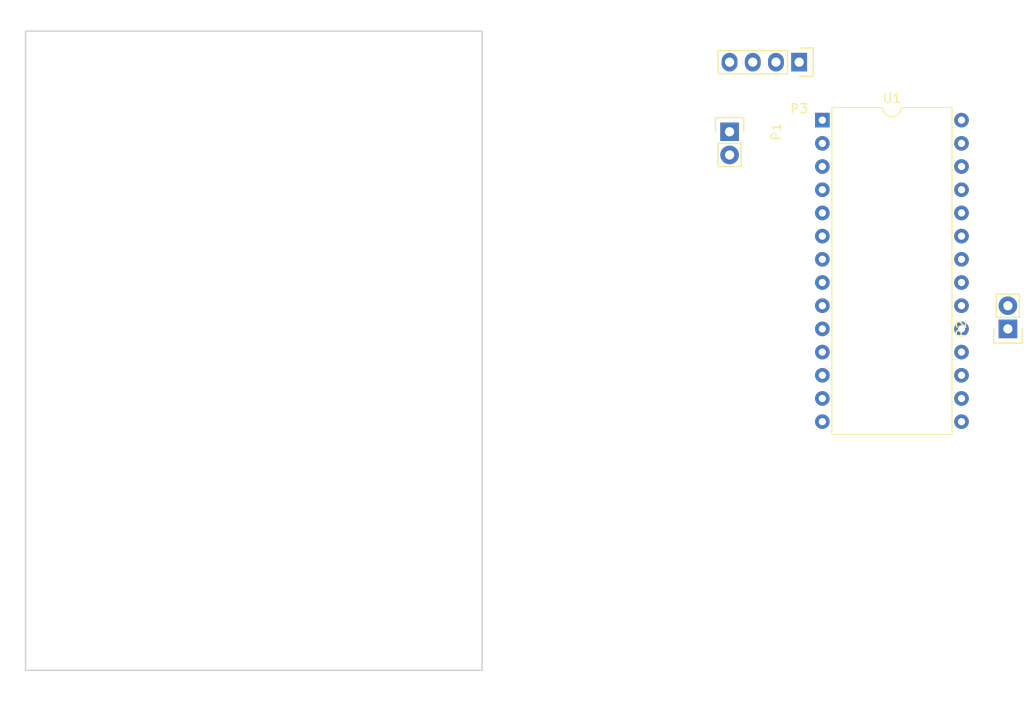
<source format=kicad_pcb>
(kicad_pcb (version 4) (host pcbnew 4.0.2-stable)

  (general
    (links 7)
    (no_connects 7)
    (area 67.608857 67.268429 183.911 144.085571)
    (thickness 1.6)
    (drawings 92)
    (tracks 0)
    (zones 0)
    (modules 4)
    (nets 30)
  )

  (page USLetter)
  (layers
    (0 F.Cu signal)
    (1 In1.Cu signal)
    (2 In2.Cu signal)
    (31 B.Cu signal)
    (32 B.Adhes user)
    (33 F.Adhes user)
    (34 B.Paste user)
    (35 F.Paste user)
    (36 B.SilkS user)
    (37 F.SilkS user)
    (38 B.Mask user)
    (39 F.Mask user)
    (40 Dwgs.User user)
    (41 Cmts.User user)
    (42 Eco1.User user)
    (43 Eco2.User user)
    (44 Edge.Cuts user)
    (45 Margin user)
    (46 B.CrtYd user)
    (47 F.CrtYd user)
    (48 B.Fab user)
    (49 F.Fab user)
  )

  (setup
    (last_trace_width 0.25)
    (trace_clearance 0.2)
    (zone_clearance 0.508)
    (zone_45_only no)
    (trace_min 0.2)
    (segment_width 0.2)
    (edge_width 0.15)
    (via_size 0.6)
    (via_drill 0.4)
    (via_min_size 0.4)
    (via_min_drill 0.3)
    (uvia_size 0.3)
    (uvia_drill 0.1)
    (uvias_allowed no)
    (uvia_min_size 0.2)
    (uvia_min_drill 0.1)
    (pcb_text_width 0.3)
    (pcb_text_size 1.5 1.5)
    (mod_edge_width 0.15)
    (mod_text_size 1 1)
    (mod_text_width 0.15)
    (pad_size 1.524 1.524)
    (pad_drill 0.762)
    (pad_to_mask_clearance 0.2)
    (aux_axis_origin 71.15556 73.9267)
    (grid_origin 71.156 73.927)
    (visible_elements FFFFFF7F)
    (pcbplotparams
      (layerselection 0x00030_80000001)
      (usegerberextensions false)
      (excludeedgelayer true)
      (linewidth 0.100000)
      (plotframeref false)
      (viasonmask false)
      (mode 1)
      (useauxorigin false)
      (hpglpennumber 1)
      (hpglpenspeed 20)
      (hpglpendiameter 15)
      (hpglpenoverlay 2)
      (psnegative false)
      (psa4output false)
      (plotreference true)
      (plotvalue true)
      (plotinvisibletext false)
      (padsonsilk false)
      (subtractmaskfromsilk false)
      (outputformat 1)
      (mirror false)
      (drillshape 1)
      (scaleselection 1)
      (outputdirectory ""))
  )

  (net 0 "")
  (net 1 VCC)
  (net 2 GND)
  (net 3 "Net-(P2-Pad1)")
  (net 4 /IN1)
  (net 5 /IN2)
  (net 6 "Net-(U1-Pad1)")
  (net 7 "Net-(U1-Pad15)")
  (net 8 "Net-(U1-Pad16)")
  (net 9 "Net-(U1-Pad3)")
  (net 10 "Net-(U1-Pad17)")
  (net 11 "Net-(U1-Pad4)")
  (net 12 "Net-(U1-Pad18)")
  (net 13 "Net-(U1-Pad5)")
  (net 14 "Net-(U1-Pad20)")
  (net 15 "Net-(U1-Pad7)")
  (net 16 "Net-(U1-Pad21)")
  (net 17 "Net-(U1-Pad8)")
  (net 18 "Net-(U1-Pad22)")
  (net 19 "Net-(U1-Pad9)")
  (net 20 "Net-(U1-Pad23)")
  (net 21 "Net-(U1-Pad10)")
  (net 22 "Net-(U1-Pad24)")
  (net 23 "Net-(U1-Pad11)")
  (net 24 "Net-(U1-Pad25)")
  (net 25 "Net-(U1-Pad12)")
  (net 26 "Net-(U1-Pad26)")
  (net 27 "Net-(U1-Pad13)")
  (net 28 "Net-(U1-Pad27)")
  (net 29 "Net-(U1-Pad14)")

  (net_class Default "This is the default net class."
    (clearance 0.2)
    (trace_width 0.25)
    (via_dia 0.6)
    (via_drill 0.4)
    (uvia_dia 0.3)
    (uvia_drill 0.1)
    (add_net /IN1)
    (add_net /IN2)
    (add_net GND)
    (add_net "Net-(P2-Pad1)")
    (add_net "Net-(U1-Pad1)")
    (add_net "Net-(U1-Pad10)")
    (add_net "Net-(U1-Pad11)")
    (add_net "Net-(U1-Pad12)")
    (add_net "Net-(U1-Pad13)")
    (add_net "Net-(U1-Pad14)")
    (add_net "Net-(U1-Pad15)")
    (add_net "Net-(U1-Pad16)")
    (add_net "Net-(U1-Pad17)")
    (add_net "Net-(U1-Pad18)")
    (add_net "Net-(U1-Pad20)")
    (add_net "Net-(U1-Pad21)")
    (add_net "Net-(U1-Pad22)")
    (add_net "Net-(U1-Pad23)")
    (add_net "Net-(U1-Pad24)")
    (add_net "Net-(U1-Pad25)")
    (add_net "Net-(U1-Pad26)")
    (add_net "Net-(U1-Pad27)")
    (add_net "Net-(U1-Pad3)")
    (add_net "Net-(U1-Pad4)")
    (add_net "Net-(U1-Pad5)")
    (add_net "Net-(U1-Pad7)")
    (add_net "Net-(U1-Pad8)")
    (add_net "Net-(U1-Pad9)")
    (add_net VCC)
  )

  (module Socket_Strips:Socket_Strip_Straight_1x02 (layer F.Cu) (tedit 54E9F75E) (tstamp 5864641A)
    (at 147.356 81.547 270)
    (descr "Through hole socket strip")
    (tags "socket strip")
    (path /58645BDD)
    (fp_text reference P1 (at 0 -5.1 270) (layer F.SilkS)
      (effects (font (size 1 1) (thickness 0.15)))
    )
    (fp_text value "Power Connector" (at 0 -3.1 270) (layer F.Fab)
      (effects (font (size 1 1) (thickness 0.15)))
    )
    (fp_line (start -1.55 1.55) (end 0 1.55) (layer F.SilkS) (width 0.15))
    (fp_line (start 3.81 1.27) (end 1.27 1.27) (layer F.SilkS) (width 0.15))
    (fp_line (start -1.75 -1.75) (end -1.75 1.75) (layer F.CrtYd) (width 0.05))
    (fp_line (start 4.3 -1.75) (end 4.3 1.75) (layer F.CrtYd) (width 0.05))
    (fp_line (start -1.75 -1.75) (end 4.3 -1.75) (layer F.CrtYd) (width 0.05))
    (fp_line (start -1.75 1.75) (end 4.3 1.75) (layer F.CrtYd) (width 0.05))
    (fp_line (start 1.27 1.27) (end 1.27 -1.27) (layer F.SilkS) (width 0.15))
    (fp_line (start 0 -1.55) (end -1.55 -1.55) (layer F.SilkS) (width 0.15))
    (fp_line (start -1.55 -1.55) (end -1.55 1.55) (layer F.SilkS) (width 0.15))
    (fp_line (start 1.27 -1.27) (end 3.81 -1.27) (layer F.SilkS) (width 0.15))
    (fp_line (start 3.81 -1.27) (end 3.81 1.27) (layer F.SilkS) (width 0.15))
    (pad 1 thru_hole rect (at 0 0 270) (size 2.032 2.032) (drill 1.016) (layers *.Cu *.Mask)
      (net 1 VCC))
    (pad 2 thru_hole oval (at 2.54 0 270) (size 2.032 2.032) (drill 1.016) (layers *.Cu *.Mask)
      (net 2 GND))
    (model Socket_Strips.3dshapes/Socket_Strip_Straight_1x02.wrl
      (at (xyz 0.05 0 0))
      (scale (xyz 1 1 1))
      (rotate (xyz 0 0 180))
    )
  )

  (module Socket_Strips:Socket_Strip_Straight_1x02 (layer F.Cu) (tedit 54E9F75E) (tstamp 58646420)
    (at 177.836 103.137 90)
    (descr "Through hole socket strip")
    (tags "socket strip")
    (path /5864463F)
    (fp_text reference P2 (at 0 -5.1 90) (layer F.SilkS)
      (effects (font (size 1 1) (thickness 0.15)))
    )
    (fp_text value "Pushbutton Connector" (at 0 -3.1 90) (layer F.Fab)
      (effects (font (size 1 1) (thickness 0.15)))
    )
    (fp_line (start -1.55 1.55) (end 0 1.55) (layer F.SilkS) (width 0.15))
    (fp_line (start 3.81 1.27) (end 1.27 1.27) (layer F.SilkS) (width 0.15))
    (fp_line (start -1.75 -1.75) (end -1.75 1.75) (layer F.CrtYd) (width 0.05))
    (fp_line (start 4.3 -1.75) (end 4.3 1.75) (layer F.CrtYd) (width 0.05))
    (fp_line (start -1.75 -1.75) (end 4.3 -1.75) (layer F.CrtYd) (width 0.05))
    (fp_line (start -1.75 1.75) (end 4.3 1.75) (layer F.CrtYd) (width 0.05))
    (fp_line (start 1.27 1.27) (end 1.27 -1.27) (layer F.SilkS) (width 0.15))
    (fp_line (start 0 -1.55) (end -1.55 -1.55) (layer F.SilkS) (width 0.15))
    (fp_line (start -1.55 -1.55) (end -1.55 1.55) (layer F.SilkS) (width 0.15))
    (fp_line (start 1.27 -1.27) (end 3.81 -1.27) (layer F.SilkS) (width 0.15))
    (fp_line (start 3.81 -1.27) (end 3.81 1.27) (layer F.SilkS) (width 0.15))
    (pad 1 thru_hole rect (at 0 0 90) (size 2.032 2.032) (drill 1.016) (layers *.Cu *.Mask)
      (net 3 "Net-(P2-Pad1)"))
    (pad 2 thru_hole oval (at 2.54 0 90) (size 2.032 2.032) (drill 1.016) (layers *.Cu *.Mask)
      (net 2 GND))
    (model Socket_Strips.3dshapes/Socket_Strip_Straight_1x02.wrl
      (at (xyz 0.05 0 0))
      (scale (xyz 1 1 1))
      (rotate (xyz 0 0 180))
    )
  )

  (module Socket_Strips:Socket_Strip_Straight_1x04 (layer F.Cu) (tedit 0) (tstamp 58646428)
    (at 154.976 73.927 180)
    (descr "Through hole socket strip")
    (tags "socket strip")
    (path /586445BA)
    (fp_text reference P3 (at 0 -5.1 180) (layer F.SilkS)
      (effects (font (size 1 1) (thickness 0.15)))
    )
    (fp_text value "Relay Connector" (at 0 -3.1 180) (layer F.Fab)
      (effects (font (size 1 1) (thickness 0.15)))
    )
    (fp_line (start -1.75 -1.75) (end -1.75 1.75) (layer F.CrtYd) (width 0.05))
    (fp_line (start 9.4 -1.75) (end 9.4 1.75) (layer F.CrtYd) (width 0.05))
    (fp_line (start -1.75 -1.75) (end 9.4 -1.75) (layer F.CrtYd) (width 0.05))
    (fp_line (start -1.75 1.75) (end 9.4 1.75) (layer F.CrtYd) (width 0.05))
    (fp_line (start 1.27 -1.27) (end 8.89 -1.27) (layer F.SilkS) (width 0.15))
    (fp_line (start 1.27 1.27) (end 8.89 1.27) (layer F.SilkS) (width 0.15))
    (fp_line (start -1.55 1.55) (end 0 1.55) (layer F.SilkS) (width 0.15))
    (fp_line (start 8.89 -1.27) (end 8.89 1.27) (layer F.SilkS) (width 0.15))
    (fp_line (start 1.27 1.27) (end 1.27 -1.27) (layer F.SilkS) (width 0.15))
    (fp_line (start 0 -1.55) (end -1.55 -1.55) (layer F.SilkS) (width 0.15))
    (fp_line (start -1.55 -1.55) (end -1.55 1.55) (layer F.SilkS) (width 0.15))
    (pad 1 thru_hole rect (at 0 0 180) (size 1.7272 2.032) (drill 1.016) (layers *.Cu *.Mask)
      (net 2 GND))
    (pad 2 thru_hole oval (at 2.54 0 180) (size 1.7272 2.032) (drill 1.016) (layers *.Cu *.Mask)
      (net 4 /IN1))
    (pad 3 thru_hole oval (at 5.08 0 180) (size 1.7272 2.032) (drill 1.016) (layers *.Cu *.Mask)
      (net 5 /IN2))
    (pad 4 thru_hole oval (at 7.62 0 180) (size 1.7272 2.032) (drill 1.016) (layers *.Cu *.Mask)
      (net 1 VCC))
    (model Socket_Strips.3dshapes/Socket_Strip_Straight_1x04.wrl
      (at (xyz 0.15 0 0))
      (scale (xyz 1 1 1))
      (rotate (xyz 0 0 180))
    )
  )

  (module Housings_DIP:DIP-28_W15.24mm (layer F.Cu) (tedit 586281B5) (tstamp 58646448)
    (at 157.516 80.277)
    (descr "28-lead dip package, row spacing 15.24 mm (600 mils)")
    (tags "DIL DIP PDIP 2.54mm 15.24mm 600mil")
    (path /58644541)
    (fp_text reference U1 (at 7.62 -2.39) (layer F.SilkS)
      (effects (font (size 1 1) (thickness 0.15)))
    )
    (fp_text value LeoStick (at 7.62 35.41) (layer F.Fab)
      (effects (font (size 1 1) (thickness 0.15)))
    )
    (fp_arc (start 7.62 -1.39) (end 6.62 -1.39) (angle -180) (layer F.SilkS) (width 0.12))
    (fp_line (start 1.255 -1.27) (end 14.985 -1.27) (layer F.Fab) (width 0.1))
    (fp_line (start 14.985 -1.27) (end 14.985 34.29) (layer F.Fab) (width 0.1))
    (fp_line (start 14.985 34.29) (end 0.255 34.29) (layer F.Fab) (width 0.1))
    (fp_line (start 0.255 34.29) (end 0.255 -0.27) (layer F.Fab) (width 0.1))
    (fp_line (start 0.255 -0.27) (end 1.255 -1.27) (layer F.Fab) (width 0.1))
    (fp_line (start 6.62 -1.39) (end 1.04 -1.39) (layer F.SilkS) (width 0.12))
    (fp_line (start 1.04 -1.39) (end 1.04 34.41) (layer F.SilkS) (width 0.12))
    (fp_line (start 1.04 34.41) (end 14.2 34.41) (layer F.SilkS) (width 0.12))
    (fp_line (start 14.2 34.41) (end 14.2 -1.39) (layer F.SilkS) (width 0.12))
    (fp_line (start 14.2 -1.39) (end 8.62 -1.39) (layer F.SilkS) (width 0.12))
    (fp_line (start -1.1 -1.6) (end -1.1 34.6) (layer F.CrtYd) (width 0.05))
    (fp_line (start -1.1 34.6) (end 16.3 34.6) (layer F.CrtYd) (width 0.05))
    (fp_line (start 16.3 34.6) (end 16.3 -1.6) (layer F.CrtYd) (width 0.05))
    (fp_line (start 16.3 -1.6) (end -1.1 -1.6) (layer F.CrtYd) (width 0.05))
    (pad 1 thru_hole rect (at 0 0) (size 1.6 1.6) (drill 0.8) (layers *.Cu *.Mask)
      (net 6 "Net-(U1-Pad1)"))
    (pad 15 thru_hole oval (at 15.24 33.02) (size 1.6 1.6) (drill 0.8) (layers *.Cu *.Mask)
      (net 7 "Net-(U1-Pad15)"))
    (pad 2 thru_hole oval (at 0 2.54) (size 1.6 1.6) (drill 0.8) (layers *.Cu *.Mask)
      (net 1 VCC))
    (pad 16 thru_hole oval (at 15.24 30.48) (size 1.6 1.6) (drill 0.8) (layers *.Cu *.Mask)
      (net 8 "Net-(U1-Pad16)"))
    (pad 3 thru_hole oval (at 0 5.08) (size 1.6 1.6) (drill 0.8) (layers *.Cu *.Mask)
      (net 9 "Net-(U1-Pad3)"))
    (pad 17 thru_hole oval (at 15.24 27.94) (size 1.6 1.6) (drill 0.8) (layers *.Cu *.Mask)
      (net 10 "Net-(U1-Pad17)"))
    (pad 4 thru_hole oval (at 0 7.62) (size 1.6 1.6) (drill 0.8) (layers *.Cu *.Mask)
      (net 11 "Net-(U1-Pad4)"))
    (pad 18 thru_hole oval (at 15.24 25.4) (size 1.6 1.6) (drill 0.8) (layers *.Cu *.Mask)
      (net 12 "Net-(U1-Pad18)"))
    (pad 5 thru_hole oval (at 0 10.16) (size 1.6 1.6) (drill 0.8) (layers *.Cu *.Mask)
      (net 13 "Net-(U1-Pad5)"))
    (pad 19 thru_hole oval (at 15.24 22.86) (size 1.6 1.6) (drill 0.8) (layers *.Cu *.Mask)
      (net 3 "Net-(P2-Pad1)"))
    (pad 6 thru_hole oval (at 0 12.7) (size 1.6 1.6) (drill 0.8) (layers *.Cu *.Mask)
      (net 2 GND))
    (pad 20 thru_hole oval (at 15.24 20.32) (size 1.6 1.6) (drill 0.8) (layers *.Cu *.Mask)
      (net 14 "Net-(U1-Pad20)"))
    (pad 7 thru_hole oval (at 0 15.24) (size 1.6 1.6) (drill 0.8) (layers *.Cu *.Mask)
      (net 15 "Net-(U1-Pad7)"))
    (pad 21 thru_hole oval (at 15.24 17.78) (size 1.6 1.6) (drill 0.8) (layers *.Cu *.Mask)
      (net 16 "Net-(U1-Pad21)"))
    (pad 8 thru_hole oval (at 0 17.78) (size 1.6 1.6) (drill 0.8) (layers *.Cu *.Mask)
      (net 17 "Net-(U1-Pad8)"))
    (pad 22 thru_hole oval (at 15.24 15.24) (size 1.6 1.6) (drill 0.8) (layers *.Cu *.Mask)
      (net 18 "Net-(U1-Pad22)"))
    (pad 9 thru_hole oval (at 0 20.32) (size 1.6 1.6) (drill 0.8) (layers *.Cu *.Mask)
      (net 19 "Net-(U1-Pad9)"))
    (pad 23 thru_hole oval (at 15.24 12.7) (size 1.6 1.6) (drill 0.8) (layers *.Cu *.Mask)
      (net 20 "Net-(U1-Pad23)"))
    (pad 10 thru_hole oval (at 0 22.86) (size 1.6 1.6) (drill 0.8) (layers *.Cu *.Mask)
      (net 21 "Net-(U1-Pad10)"))
    (pad 24 thru_hole oval (at 15.24 10.16) (size 1.6 1.6) (drill 0.8) (layers *.Cu *.Mask)
      (net 22 "Net-(U1-Pad24)"))
    (pad 11 thru_hole oval (at 0 25.4) (size 1.6 1.6) (drill 0.8) (layers *.Cu *.Mask)
      (net 23 "Net-(U1-Pad11)"))
    (pad 25 thru_hole oval (at 15.24 7.62) (size 1.6 1.6) (drill 0.8) (layers *.Cu *.Mask)
      (net 24 "Net-(U1-Pad25)"))
    (pad 12 thru_hole oval (at 0 27.94) (size 1.6 1.6) (drill 0.8) (layers *.Cu *.Mask)
      (net 25 "Net-(U1-Pad12)"))
    (pad 26 thru_hole oval (at 15.24 5.08) (size 1.6 1.6) (drill 0.8) (layers *.Cu *.Mask)
      (net 26 "Net-(U1-Pad26)"))
    (pad 13 thru_hole oval (at 0 30.48) (size 1.6 1.6) (drill 0.8) (layers *.Cu *.Mask)
      (net 27 "Net-(U1-Pad13)"))
    (pad 27 thru_hole oval (at 15.24 2.54) (size 1.6 1.6) (drill 0.8) (layers *.Cu *.Mask)
      (net 28 "Net-(U1-Pad27)"))
    (pad 14 thru_hole oval (at 0 33.02) (size 1.6 1.6) (drill 0.8) (layers *.Cu *.Mask)
      (net 29 "Net-(U1-Pad14)"))
    (pad 28 thru_hole oval (at 15.24 0) (size 1.6 1.6) (drill 0.8) (layers *.Cu *.Mask)
      (net 4 /IN1))
    (model Housings_DIP.3dshapes/DIP-28_W15.24mm.wrl
      (at (xyz 0 0 0))
      (scale (xyz 1 1 1))
      (rotate (xyz 0 0 0))
    )
  )

  (gr_text 01 (at 73.696 142.507 90) (layer Dwgs.User) (tstamp 571FD68A)
    (effects (font (size 1.5 1.5) (thickness 0.3)))
  )
  (gr_text 02 (at 76.236 142.507 90) (layer Dwgs.User) (tstamp 571FD689)
    (effects (font (size 1.5 1.5) (thickness 0.3)))
  )
  (gr_text 03 (at 78.776 142.507 90) (layer Dwgs.User) (tstamp 571FD688)
    (effects (font (size 1.5 1.5) (thickness 0.3)))
  )
  (gr_text 04 (at 81.316 142.507 90) (layer Dwgs.User) (tstamp 571FD687)
    (effects (font (size 1.5 1.5) (thickness 0.3)))
  )
  (gr_text 05 (at 83.856 142.507 90) (layer Dwgs.User) (tstamp 571FD686)
    (effects (font (size 1.5 1.5) (thickness 0.3)))
  )
  (gr_text 06 (at 86.396 142.507 90) (layer Dwgs.User) (tstamp 571FD685)
    (effects (font (size 1.5 1.5) (thickness 0.3)))
  )
  (gr_text 07 (at 88.936 142.507 90) (layer Dwgs.User) (tstamp 571FD684)
    (effects (font (size 1.5 1.5) (thickness 0.3)))
  )
  (gr_text 08 (at 91.476 142.507 90) (layer Dwgs.User) (tstamp 571FD683)
    (effects (font (size 1.5 1.5) (thickness 0.3)))
  )
  (gr_text 09 (at 94.016 142.507 90) (layer Dwgs.User) (tstamp 571FD682)
    (effects (font (size 1.5 1.5) (thickness 0.3)))
  )
  (gr_text 10 (at 96.556 142.507 90) (layer Dwgs.User) (tstamp 571FD681)
    (effects (font (size 1.5 1.5) (thickness 0.3)))
  )
  (gr_text 11 (at 99.096 142.507 90) (layer Dwgs.User) (tstamp 571FD680)
    (effects (font (size 1.5 1.5) (thickness 0.3)))
  )
  (gr_text 12 (at 101.636 142.507 90) (layer Dwgs.User) (tstamp 571FD67F)
    (effects (font (size 1.5 1.5) (thickness 0.3)))
  )
  (gr_text 13 (at 104.176 142.507 90) (layer Dwgs.User) (tstamp 571FD67E)
    (effects (font (size 1.5 1.5) (thickness 0.3)))
  )
  (gr_text 14 (at 106.716 142.507 90) (layer Dwgs.User) (tstamp 571FD67D)
    (effects (font (size 1.5 1.5) (thickness 0.3)))
  )
  (gr_text 15 (at 109.256 142.507 90) (layer Dwgs.User) (tstamp 571FD67C)
    (effects (font (size 1.5 1.5) (thickness 0.3)))
  )
  (gr_text 16 (at 111.796 142.507 90) (layer Dwgs.User) (tstamp 571FD67B)
    (effects (font (size 1.5 1.5) (thickness 0.3)))
  )
  (gr_text 17 (at 114.336 142.507 90) (layer Dwgs.User) (tstamp 571FD67A)
    (effects (font (size 1.5 1.5) (thickness 0.3)))
  )
  (gr_text 18 (at 116.876 142.507 90) (layer Dwgs.User) (tstamp 571FD679)
    (effects (font (size 1.5 1.5) (thickness 0.3)))
  )
  (gr_text X (at 68.616 134.887) (layer Dwgs.User) (tstamp 571FD675)
    (effects (font (size 1.5 1.5) (thickness 0.3)))
  )
  (gr_text A (at 68.616 76.467) (layer Dwgs.User) (tstamp 571FD674)
    (effects (font (size 1.5 1.5) (thickness 0.3)))
  )
  (gr_text B (at 68.616 79.007) (layer Dwgs.User) (tstamp 571FD673)
    (effects (font (size 1.5 1.5) (thickness 0.3)))
  )
  (gr_text C (at 68.616 81.547) (layer Dwgs.User) (tstamp 571FD672)
    (effects (font (size 1.5 1.5) (thickness 0.3)))
  )
  (gr_text D (at 68.616 84.087) (layer Dwgs.User) (tstamp 571FD671)
    (effects (font (size 1.5 1.5) (thickness 0.3)))
  )
  (gr_text E (at 68.616 86.627) (layer Dwgs.User) (tstamp 571FD670)
    (effects (font (size 1.5 1.5) (thickness 0.3)))
  )
  (gr_text G (at 68.616 91.707) (layer Dwgs.User) (tstamp 571FD66F)
    (effects (font (size 1.5 1.5) (thickness 0.3)))
  )
  (gr_text F (at 68.616 89.167) (layer Dwgs.User) (tstamp 571FD66E)
    (effects (font (size 1.5 1.5) (thickness 0.3)))
  )
  (gr_text H (at 68.616 94.247) (layer Dwgs.User) (tstamp 571FD66D)
    (effects (font (size 1.5 1.5) (thickness 0.3)))
  )
  (gr_text I (at 68.616 96.787) (layer Dwgs.User) (tstamp 571FD66C)
    (effects (font (size 1.5 1.5) (thickness 0.3)))
  )
  (gr_text J (at 68.616 99.327) (layer Dwgs.User) (tstamp 571FD66B)
    (effects (font (size 1.5 1.5) (thickness 0.3)))
  )
  (gr_text K (at 68.616 101.867) (layer Dwgs.User) (tstamp 571FD66A)
    (effects (font (size 1.5 1.5) (thickness 0.3)))
  )
  (gr_text L (at 68.616 104.407) (layer Dwgs.User) (tstamp 571FD669)
    (effects (font (size 1.5 1.5) (thickness 0.3)))
  )
  (gr_text M (at 68.616 106.947) (layer Dwgs.User) (tstamp 571FD668)
    (effects (font (size 1.5 1.5) (thickness 0.3)))
  )
  (gr_text N (at 68.616 109.487) (layer Dwgs.User) (tstamp 571FD667)
    (effects (font (size 1.5 1.5) (thickness 0.3)))
  )
  (gr_text O (at 68.616 112.027) (layer Dwgs.User) (tstamp 571FD666)
    (effects (font (size 1.5 1.5) (thickness 0.3)))
  )
  (gr_text P (at 68.616 114.567) (layer Dwgs.User) (tstamp 571FD665)
    (effects (font (size 1.5 1.5) (thickness 0.3)))
  )
  (gr_text Q (at 68.616 117.107) (layer Dwgs.User) (tstamp 571FD664)
    (effects (font (size 1.5 1.5) (thickness 0.3)))
  )
  (gr_text R (at 68.616 119.647) (layer Dwgs.User) (tstamp 571FD663)
    (effects (font (size 1.5 1.5) (thickness 0.3)))
  )
  (gr_text S (at 68.616 122.187) (layer Dwgs.User) (tstamp 571FD662)
    (effects (font (size 1.5 1.5) (thickness 0.3)))
  )
  (gr_text T (at 68.616 124.727) (layer Dwgs.User) (tstamp 571FD661)
    (effects (font (size 1.5 1.5) (thickness 0.3)))
  )
  (gr_text U (at 68.616 127.267) (layer Dwgs.User) (tstamp 571FD660)
    (effects (font (size 1.5 1.5) (thickness 0.3)))
  )
  (gr_text V (at 68.616 129.807) (layer Dwgs.User) (tstamp 571FD65F)
    (effects (font (size 1.5 1.5) (thickness 0.3)))
  )
  (gr_text W (at 68.616 132.347) (layer Dwgs.User) (tstamp 571FD65E)
    (effects (font (size 1.5 1.5) (thickness 0.3)))
  )
  (gr_text 18 (at 116.876 68.847 90) (layer Dwgs.User)
    (effects (font (size 1.5 1.5) (thickness 0.3)))
  )
  (gr_text 17 (at 114.336 68.847 90) (layer Dwgs.User)
    (effects (font (size 1.5 1.5) (thickness 0.3)))
  )
  (gr_text 16 (at 111.796 68.847 90) (layer Dwgs.User)
    (effects (font (size 1.5 1.5) (thickness 0.3)))
  )
  (gr_text 15 (at 109.256 68.847 90) (layer Dwgs.User)
    (effects (font (size 1.5 1.5) (thickness 0.3)))
  )
  (gr_text 14 (at 106.716 68.847 90) (layer Dwgs.User)
    (effects (font (size 1.5 1.5) (thickness 0.3)))
  )
  (gr_text 13 (at 104.176 68.847 90) (layer Dwgs.User)
    (effects (font (size 1.5 1.5) (thickness 0.3)))
  )
  (gr_text 12 (at 101.636 68.847 90) (layer Dwgs.User)
    (effects (font (size 1.5 1.5) (thickness 0.3)))
  )
  (gr_text 11 (at 99.096 68.847 90) (layer Dwgs.User)
    (effects (font (size 1.5 1.5) (thickness 0.3)))
  )
  (gr_text 10 (at 96.556 68.847 90) (layer Dwgs.User)
    (effects (font (size 1.5 1.5) (thickness 0.3)))
  )
  (gr_text 09 (at 94.016 68.847 90) (layer Dwgs.User)
    (effects (font (size 1.5 1.5) (thickness 0.3)))
  )
  (gr_text 08 (at 91.476 68.847 90) (layer Dwgs.User)
    (effects (font (size 1.5 1.5) (thickness 0.3)))
  )
  (gr_text 07 (at 88.936 68.847 90) (layer Dwgs.User)
    (effects (font (size 1.5 1.5) (thickness 0.3)))
  )
  (gr_text 06 (at 86.396 68.847 90) (layer Dwgs.User)
    (effects (font (size 1.5 1.5) (thickness 0.3)))
  )
  (gr_text 05 (at 83.856 68.847 90) (layer Dwgs.User)
    (effects (font (size 1.5 1.5) (thickness 0.3)))
  )
  (gr_text 04 (at 81.316 68.847 90) (layer Dwgs.User)
    (effects (font (size 1.5 1.5) (thickness 0.3)))
  )
  (gr_text 03 (at 78.776 68.847 90) (layer Dwgs.User)
    (effects (font (size 1.5 1.5) (thickness 0.3)))
  )
  (gr_text 02 (at 76.236 68.847 90) (layer Dwgs.User)
    (effects (font (size 1.5 1.5) (thickness 0.3)))
  )
  (gr_text 01 (at 73.696 68.847 90) (layer Dwgs.User)
    (effects (font (size 1.5 1.5) (thickness 0.3)))
  )
  (gr_text W (at 121.956 132.347) (layer Dwgs.User)
    (effects (font (size 1.5 1.5) (thickness 0.3)))
  )
  (gr_text V (at 121.956 129.807) (layer Dwgs.User)
    (effects (font (size 1.5 1.5) (thickness 0.3)))
  )
  (gr_text U (at 121.956 127.267) (layer Dwgs.User)
    (effects (font (size 1.5 1.5) (thickness 0.3)))
  )
  (gr_text T (at 121.956 124.727) (layer Dwgs.User)
    (effects (font (size 1.5 1.5) (thickness 0.3)))
  )
  (gr_text S (at 121.956 122.187) (layer Dwgs.User)
    (effects (font (size 1.5 1.5) (thickness 0.3)))
  )
  (gr_text R (at 121.956 119.647) (layer Dwgs.User)
    (effects (font (size 1.5 1.5) (thickness 0.3)))
  )
  (gr_text Q (at 121.956 117.107) (layer Dwgs.User)
    (effects (font (size 1.5 1.5) (thickness 0.3)))
  )
  (gr_text P (at 121.956 114.567) (layer Dwgs.User)
    (effects (font (size 1.5 1.5) (thickness 0.3)))
  )
  (gr_text O (at 121.956 112.027) (layer Dwgs.User)
    (effects (font (size 1.5 1.5) (thickness 0.3)))
  )
  (gr_text N (at 121.956 109.487) (layer Dwgs.User)
    (effects (font (size 1.5 1.5) (thickness 0.3)))
  )
  (gr_text M (at 121.956 106.947) (layer Dwgs.User)
    (effects (font (size 1.5 1.5) (thickness 0.3)))
  )
  (gr_text L (at 121.956 104.407) (layer Dwgs.User)
    (effects (font (size 1.5 1.5) (thickness 0.3)))
  )
  (gr_text K (at 121.956 101.867) (layer Dwgs.User)
    (effects (font (size 1.5 1.5) (thickness 0.3)))
  )
  (gr_text J (at 121.956 99.327) (layer Dwgs.User)
    (effects (font (size 1.5 1.5) (thickness 0.3)))
  )
  (gr_text I (at 121.956 96.787) (layer Dwgs.User)
    (effects (font (size 1.5 1.5) (thickness 0.3)))
  )
  (gr_text H (at 121.956 94.247) (layer Dwgs.User)
    (effects (font (size 1.5 1.5) (thickness 0.3)))
  )
  (gr_text F (at 121.956 89.167) (layer Dwgs.User)
    (effects (font (size 1.5 1.5) (thickness 0.3)))
  )
  (gr_text G (at 121.956 91.707) (layer Dwgs.User)
    (effects (font (size 1.5 1.5) (thickness 0.3)))
  )
  (gr_text E (at 121.956 86.627) (layer Dwgs.User)
    (effects (font (size 1.5 1.5) (thickness 0.3)))
  )
  (gr_text D (at 121.956 84.087) (layer Dwgs.User)
    (effects (font (size 1.5 1.5) (thickness 0.3)))
  )
  (gr_text C (at 121.956 81.547) (layer Dwgs.User)
    (effects (font (size 1.5 1.5) (thickness 0.3)))
  )
  (gr_text B (at 121.956 79.007) (layer Dwgs.User)
    (effects (font (size 1.5 1.5) (thickness 0.3)))
  )
  (gr_text A (at 121.956 76.467) (layer Dwgs.User)
    (effects (font (size 1.5 1.5) (thickness 0.3)))
  )
  (gr_text X (at 121.956 134.887) (layer Dwgs.User)
    (effects (font (size 1.5 1.5) (thickness 0.3)))
  )
  (gr_line (start 71.156 137.427) (end 71.156 73.927) (angle 90) (layer Dwgs.User) (width 0.2))
  (gr_line (start 119.416 137.427) (end 71.156 137.427) (angle 90) (layer Dwgs.User) (width 0.2))
  (gr_line (start 119.416 73.927) (end 119.416 137.427) (angle 90) (layer Dwgs.User) (width 0.2))
  (gr_line (start 71.15556 73.9267) (end 119.416 73.927) (angle 90) (layer Dwgs.User) (width 0.2))
  (gr_line (start 70.256 140.527) (end 70.256 70.527) (angle 90) (layer Edge.Cuts) (width 0.15))
  (gr_line (start 120.256 140.527) (end 70.256 140.527) (angle 90) (layer Edge.Cuts) (width 0.15))
  (gr_line (start 120.256 70.527) (end 120.256 140.527) (angle 90) (layer Edge.Cuts) (width 0.15))
  (gr_line (start 70.256 70.527) (end 120.256 70.527) (angle 90) (layer Edge.Cuts) (width 0.15))

)

</source>
